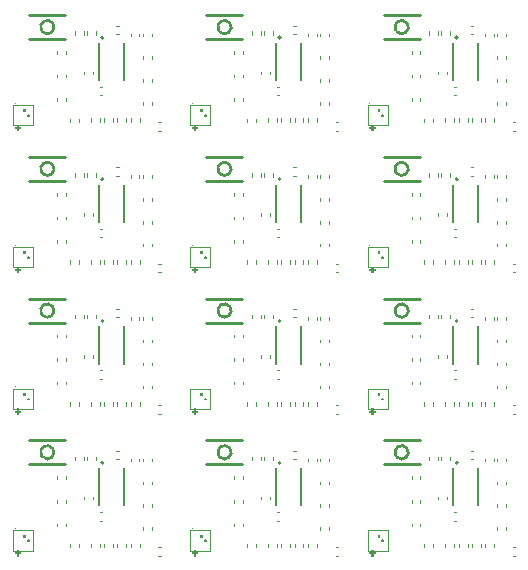
<source format=gbo>
G04 #@! TF.GenerationSoftware,KiCad,Pcbnew,7.0.2-6a45011f42~172~ubuntu22.04.1*
G04 #@! TF.CreationDate,2023-05-28T07:21:03+08:00*
G04 #@! TF.ProjectId,panel_4_3,70616e65-6c5f-4345-9f33-2e6b69636164,rev?*
G04 #@! TF.SameCoordinates,Original*
G04 #@! TF.FileFunction,Legend,Bot*
G04 #@! TF.FilePolarity,Positive*
%FSLAX46Y46*%
G04 Gerber Fmt 4.6, Leading zero omitted, Abs format (unit mm)*
G04 Created by KiCad (PCBNEW 7.0.2-6a45011f42~172~ubuntu22.04.1) date 2023-05-28 07:21:03*
%MOMM*%
%LPD*%
G01*
G04 APERTURE LIST*
%ADD10C,0.120000*%
%ADD11C,0.100000*%
%ADD12C,0.254000*%
%ADD13C,0.152000*%
%ADD14C,0.200000*%
G04 APERTURE END LIST*
D10*
G04 #@! TO.C,C5*
X54980000Y-29087836D02*
X54980000Y-28872164D01*
X55700000Y-29087836D02*
X55700000Y-28872164D01*
G04 #@! TO.C,C7*
X47710000Y-40712836D02*
X47710000Y-40497164D01*
X48430000Y-40712836D02*
X48430000Y-40497164D01*
D11*
G04 #@! TO.C,U5*
X30680000Y-55070000D02*
X30680000Y-56770000D01*
X28980000Y-55070000D02*
X30680000Y-55070000D01*
X30680000Y-56770000D02*
X28980000Y-56770000D01*
X28980000Y-56770000D02*
X28980000Y-55070000D01*
X29180000Y-54920000D02*
G75*
G03*
X29180000Y-54920000I-50000J0D01*
G01*
D10*
X30330000Y-55970000D02*
X30130000Y-55970000D01*
X30230000Y-55820000D01*
X30330000Y-55970000D01*
G36*
X30330000Y-55970000D02*
G01*
X30130000Y-55970000D01*
X30230000Y-55820000D01*
X30330000Y-55970000D01*
G37*
X29405000Y-57195000D02*
X29305000Y-57195000D01*
X29305000Y-56745000D01*
X29405000Y-56745000D01*
X29405000Y-57195000D01*
G36*
X29405000Y-57195000D02*
G01*
X29305000Y-57195000D01*
X29305000Y-56745000D01*
X29405000Y-56745000D01*
X29405000Y-57195000D01*
G37*
X29580000Y-57020000D02*
X29130000Y-57020000D01*
X29130000Y-56920000D01*
X29580000Y-56920000D01*
X29580000Y-57020000D01*
G36*
X29580000Y-57020000D02*
G01*
X29130000Y-57020000D01*
X29130000Y-56920000D01*
X29580000Y-56920000D01*
X29580000Y-57020000D01*
G37*
X29960000Y-55580000D02*
X29960000Y-55590000D01*
X29830000Y-55590000D01*
X29830000Y-55420000D01*
X29960000Y-55420000D01*
X29960000Y-55580000D01*
G36*
X29960000Y-55580000D02*
G01*
X29960000Y-55590000D01*
X29830000Y-55590000D01*
X29830000Y-55420000D01*
X29960000Y-55420000D01*
X29960000Y-55580000D01*
G37*
G04 #@! TO.C,R6*
X20995000Y-36811359D02*
X20995000Y-37118641D01*
X20235000Y-36811359D02*
X20235000Y-37118641D01*
G04 #@! TO.C,C7*
X32710000Y-16712836D02*
X32710000Y-16497164D01*
X33430000Y-16712836D02*
X33430000Y-16497164D01*
G04 #@! TO.C,C8*
X54980000Y-31022836D02*
X54980000Y-30807164D01*
X55700000Y-31022836D02*
X55700000Y-30807164D01*
G04 #@! TO.C,R2*
X48800000Y-20503641D02*
X48800000Y-20196359D01*
X49560000Y-20503641D02*
X49560000Y-20196359D01*
X48800000Y-56503641D02*
X48800000Y-56196359D01*
X49560000Y-56503641D02*
X49560000Y-56196359D01*
G04 #@! TO.C,C12*
X22702164Y-24320000D02*
X22917836Y-24320000D01*
X22702164Y-25040000D02*
X22917836Y-25040000D01*
G04 #@! TO.C,R11*
X54690000Y-32186359D02*
X54690000Y-32493641D01*
X53930000Y-32186359D02*
X53930000Y-32493641D01*
G04 #@! TO.C,C7*
X32710000Y-28712836D02*
X32710000Y-28497164D01*
X33430000Y-28712836D02*
X33430000Y-28497164D01*
D12*
G04 #@! TO.C,SW1*
X18394000Y-49471000D02*
X15346000Y-49471000D01*
X18394000Y-47439000D02*
X15346000Y-47439000D01*
X16468000Y-48857000D02*
G75*
G03*
X16361508Y-48709252I402000J402000D01*
G01*
D10*
G04 #@! TO.C,R9*
X52450000Y-56186359D02*
X52450000Y-56493641D01*
X51690000Y-56186359D02*
X51690000Y-56493641D01*
G04 #@! TO.C,R11*
X39690000Y-56186359D02*
X39690000Y-56493641D01*
X38930000Y-56186359D02*
X38930000Y-56493641D01*
G04 #@! TO.C,C10*
X39980000Y-39152836D02*
X39980000Y-38937164D01*
X40700000Y-39152836D02*
X40700000Y-38937164D01*
G04 #@! TO.C,C5*
X39980000Y-17087836D02*
X39980000Y-16872164D01*
X40700000Y-17087836D02*
X40700000Y-16872164D01*
G04 #@! TO.C,R11*
X24690000Y-44186359D02*
X24690000Y-44493641D01*
X23930000Y-44186359D02*
X23930000Y-44493641D01*
X39690000Y-32186359D02*
X39690000Y-32493641D01*
X38930000Y-32186359D02*
X38930000Y-32493641D01*
G04 #@! TO.C,R5*
X49970000Y-36811359D02*
X49970000Y-37118641D01*
X49210000Y-36811359D02*
X49210000Y-37118641D01*
G04 #@! TO.C,C4*
X33430000Y-42492164D02*
X33430000Y-42707836D01*
X32710000Y-42492164D02*
X32710000Y-42707836D01*
D13*
G04 #@! TO.C,U2*
X51214000Y-28944000D02*
X51214000Y-25792000D01*
X53366000Y-25792000D02*
X53366000Y-28944000D01*
D14*
X51628000Y-25336000D02*
G75*
G03*
X51628000Y-25336000I-100000J0D01*
G01*
D13*
X36214000Y-40944000D02*
X36214000Y-37792000D01*
X38366000Y-37792000D02*
X38366000Y-40944000D01*
D14*
X36628000Y-37336000D02*
G75*
G03*
X36628000Y-37336000I-100000J0D01*
G01*
D10*
G04 #@! TO.C,C10*
X24980000Y-27152836D02*
X24980000Y-26937164D01*
X25700000Y-27152836D02*
X25700000Y-26937164D01*
G04 #@! TO.C,C4*
X33430000Y-30492164D02*
X33430000Y-30707836D01*
X32710000Y-30492164D02*
X32710000Y-30707836D01*
G04 #@! TO.C,C14*
X19980000Y-40437836D02*
X19980000Y-40222164D01*
X20700000Y-40437836D02*
X20700000Y-40222164D01*
G04 #@! TO.C,C11*
X55700000Y-25002164D02*
X55700000Y-25217836D01*
X54980000Y-25002164D02*
X54980000Y-25217836D01*
G04 #@! TO.C,C9*
X54670000Y-13012164D02*
X54670000Y-13227836D01*
X53950000Y-13012164D02*
X53950000Y-13227836D01*
G04 #@! TO.C,R8*
X51320000Y-44186359D02*
X51320000Y-44493641D01*
X50560000Y-44186359D02*
X50560000Y-44493641D01*
G04 #@! TO.C,C2*
X36507836Y-42240000D02*
X36292164Y-42240000D01*
X36507836Y-41520000D02*
X36292164Y-41520000D01*
D12*
G04 #@! TO.C,SW1*
X18394000Y-25471000D02*
X15346000Y-25471000D01*
X18394000Y-23439000D02*
X15346000Y-23439000D01*
X16468000Y-24857000D02*
G75*
G03*
X16361508Y-24709252I402000J402000D01*
G01*
D10*
G04 #@! TO.C,C5*
X54980000Y-41087836D02*
X54980000Y-40872164D01*
X55700000Y-41087836D02*
X55700000Y-40872164D01*
G04 #@! TO.C,R9*
X37450000Y-32186359D02*
X37450000Y-32493641D01*
X36690000Y-32186359D02*
X36690000Y-32493641D01*
G04 #@! TO.C,C14*
X49980000Y-16437836D02*
X49980000Y-16222164D01*
X50700000Y-16437836D02*
X50700000Y-16222164D01*
G04 #@! TO.C,C7*
X17710000Y-16712836D02*
X17710000Y-16497164D01*
X18430000Y-16712836D02*
X18430000Y-16497164D01*
G04 #@! TO.C,C12*
X52702164Y-36320000D02*
X52917836Y-36320000D01*
X52702164Y-37040000D02*
X52917836Y-37040000D01*
G04 #@! TO.C,C10*
X39980000Y-15152836D02*
X39980000Y-14937164D01*
X40700000Y-15152836D02*
X40700000Y-14937164D01*
G04 #@! TO.C,C8*
X54980000Y-55022836D02*
X54980000Y-54807164D01*
X55700000Y-55022836D02*
X55700000Y-54807164D01*
D11*
G04 #@! TO.C,U5*
X45680000Y-55070000D02*
X45680000Y-56770000D01*
X43980000Y-55070000D02*
X45680000Y-55070000D01*
X45680000Y-56770000D02*
X43980000Y-56770000D01*
X43980000Y-56770000D02*
X43980000Y-55070000D01*
X44180000Y-54920000D02*
G75*
G03*
X44180000Y-54920000I-50000J0D01*
G01*
D10*
X45330000Y-55970000D02*
X45130000Y-55970000D01*
X45230000Y-55820000D01*
X45330000Y-55970000D01*
G36*
X45330000Y-55970000D02*
G01*
X45130000Y-55970000D01*
X45230000Y-55820000D01*
X45330000Y-55970000D01*
G37*
X44405000Y-57195000D02*
X44305000Y-57195000D01*
X44305000Y-56745000D01*
X44405000Y-56745000D01*
X44405000Y-57195000D01*
G36*
X44405000Y-57195000D02*
G01*
X44305000Y-57195000D01*
X44305000Y-56745000D01*
X44405000Y-56745000D01*
X44405000Y-57195000D01*
G37*
X44580000Y-57020000D02*
X44130000Y-57020000D01*
X44130000Y-56920000D01*
X44580000Y-56920000D01*
X44580000Y-57020000D01*
G36*
X44580000Y-57020000D02*
G01*
X44130000Y-57020000D01*
X44130000Y-56920000D01*
X44580000Y-56920000D01*
X44580000Y-57020000D01*
G37*
X44960000Y-55580000D02*
X44960000Y-55590000D01*
X44830000Y-55590000D01*
X44830000Y-55420000D01*
X44960000Y-55420000D01*
X44960000Y-55580000D01*
G36*
X44960000Y-55580000D02*
G01*
X44960000Y-55590000D01*
X44830000Y-55590000D01*
X44830000Y-55420000D01*
X44960000Y-55420000D01*
X44960000Y-55580000D01*
G37*
G04 #@! TO.C,R5*
X49970000Y-24811359D02*
X49970000Y-25118641D01*
X49210000Y-24811359D02*
X49210000Y-25118641D01*
G04 #@! TO.C,C2*
X21507836Y-54240000D02*
X21292164Y-54240000D01*
X21507836Y-53520000D02*
X21292164Y-53520000D01*
X21507836Y-30240000D02*
X21292164Y-30240000D01*
X21507836Y-29520000D02*
X21292164Y-29520000D01*
G04 #@! TO.C,C7*
X47710000Y-28712836D02*
X47710000Y-28497164D01*
X48430000Y-28712836D02*
X48430000Y-28497164D01*
G04 #@! TO.C,R11*
X24690000Y-56186359D02*
X24690000Y-56493641D01*
X23930000Y-56186359D02*
X23930000Y-56493641D01*
G04 #@! TO.C,C8*
X54980000Y-43022836D02*
X54980000Y-42807164D01*
X55700000Y-43022836D02*
X55700000Y-42807164D01*
D12*
G04 #@! TO.C,SW1*
X48394000Y-25471000D02*
X45346000Y-25471000D01*
X48394000Y-23439000D02*
X45346000Y-23439000D01*
X46468000Y-24857000D02*
G75*
G03*
X46361508Y-24709252I402000J402000D01*
G01*
X18394000Y-37471000D02*
X15346000Y-37471000D01*
X18394000Y-35439000D02*
X15346000Y-35439000D01*
X16468000Y-36857000D02*
G75*
G03*
X16361508Y-36709252I402000J402000D01*
G01*
D10*
G04 #@! TO.C,R10*
X53560000Y-56186359D02*
X53560000Y-56493641D01*
X52800000Y-56186359D02*
X52800000Y-56493641D01*
G04 #@! TO.C,C8*
X24980000Y-55022836D02*
X24980000Y-54807164D01*
X25700000Y-55022836D02*
X25700000Y-54807164D01*
G04 #@! TO.C,C13*
X48430000Y-26502164D02*
X48430000Y-26717836D01*
X47710000Y-26502164D02*
X47710000Y-26717836D01*
G04 #@! TO.C,R9*
X37450000Y-44186359D02*
X37450000Y-44493641D01*
X36690000Y-44186359D02*
X36690000Y-44493641D01*
G04 #@! TO.C,C5*
X39980000Y-41087836D02*
X39980000Y-40872164D01*
X40700000Y-41087836D02*
X40700000Y-40872164D01*
D11*
G04 #@! TO.C,U5*
X45680000Y-31070000D02*
X45680000Y-32770000D01*
X43980000Y-31070000D02*
X45680000Y-31070000D01*
X45680000Y-32770000D02*
X43980000Y-32770000D01*
X43980000Y-32770000D02*
X43980000Y-31070000D01*
X44180000Y-30920000D02*
G75*
G03*
X44180000Y-30920000I-50000J0D01*
G01*
D10*
X45330000Y-31970000D02*
X45130000Y-31970000D01*
X45230000Y-31820000D01*
X45330000Y-31970000D01*
G36*
X45330000Y-31970000D02*
G01*
X45130000Y-31970000D01*
X45230000Y-31820000D01*
X45330000Y-31970000D01*
G37*
X44405000Y-33195000D02*
X44305000Y-33195000D01*
X44305000Y-32745000D01*
X44405000Y-32745000D01*
X44405000Y-33195000D01*
G36*
X44405000Y-33195000D02*
G01*
X44305000Y-33195000D01*
X44305000Y-32745000D01*
X44405000Y-32745000D01*
X44405000Y-33195000D01*
G37*
X44580000Y-33020000D02*
X44130000Y-33020000D01*
X44130000Y-32920000D01*
X44580000Y-32920000D01*
X44580000Y-33020000D01*
G36*
X44580000Y-33020000D02*
G01*
X44130000Y-33020000D01*
X44130000Y-32920000D01*
X44580000Y-32920000D01*
X44580000Y-33020000D01*
G37*
X44960000Y-31580000D02*
X44960000Y-31590000D01*
X44830000Y-31590000D01*
X44830000Y-31420000D01*
X44960000Y-31420000D01*
X44960000Y-31580000D01*
G36*
X44960000Y-31580000D02*
G01*
X44960000Y-31590000D01*
X44830000Y-31590000D01*
X44830000Y-31420000D01*
X44960000Y-31420000D01*
X44960000Y-31580000D01*
G37*
G04 #@! TO.C,C6*
X56487836Y-57210000D02*
X56272164Y-57210000D01*
X56487836Y-56490000D02*
X56272164Y-56490000D01*
G04 #@! TO.C,R6*
X20995000Y-12811359D02*
X20995000Y-13118641D01*
X20235000Y-12811359D02*
X20235000Y-13118641D01*
G04 #@! TO.C,R9*
X37450000Y-56186359D02*
X37450000Y-56493641D01*
X36690000Y-56186359D02*
X36690000Y-56493641D01*
G04 #@! TO.C,C10*
X54980000Y-27152836D02*
X54980000Y-26937164D01*
X55700000Y-27152836D02*
X55700000Y-26937164D01*
D13*
G04 #@! TO.C,U2*
X21214000Y-40944000D02*
X21214000Y-37792000D01*
X23366000Y-37792000D02*
X23366000Y-40944000D01*
D14*
X21628000Y-37336000D02*
G75*
G03*
X21628000Y-37336000I-100000J0D01*
G01*
D12*
G04 #@! TO.C,SW1*
X33394000Y-13471000D02*
X30346000Y-13471000D01*
X33394000Y-11439000D02*
X30346000Y-11439000D01*
X31468000Y-12857000D02*
G75*
G03*
X31361508Y-12709252I402000J402000D01*
G01*
D10*
G04 #@! TO.C,C12*
X22702164Y-48320000D02*
X22917836Y-48320000D01*
X22702164Y-49040000D02*
X22917836Y-49040000D01*
G04 #@! TO.C,C14*
X19980000Y-52437836D02*
X19980000Y-52222164D01*
X20700000Y-52437836D02*
X20700000Y-52222164D01*
G04 #@! TO.C,R6*
X35995000Y-12811359D02*
X35995000Y-13118641D01*
X35235000Y-12811359D02*
X35235000Y-13118641D01*
G04 #@! TO.C,C14*
X19980000Y-28437836D02*
X19980000Y-28222164D01*
X20700000Y-28437836D02*
X20700000Y-28222164D01*
G04 #@! TO.C,C12*
X37702164Y-36320000D02*
X37917836Y-36320000D01*
X37702164Y-37040000D02*
X37917836Y-37040000D01*
G04 #@! TO.C,R10*
X53560000Y-20186359D02*
X53560000Y-20493641D01*
X52800000Y-20186359D02*
X52800000Y-20493641D01*
G04 #@! TO.C,R8*
X51320000Y-20186359D02*
X51320000Y-20493641D01*
X50560000Y-20186359D02*
X50560000Y-20493641D01*
G04 #@! TO.C,R2*
X18800000Y-20503641D02*
X18800000Y-20196359D01*
X19560000Y-20503641D02*
X19560000Y-20196359D01*
G04 #@! TO.C,C8*
X54980000Y-19022836D02*
X54980000Y-18807164D01*
X55700000Y-19022836D02*
X55700000Y-18807164D01*
G04 #@! TO.C,R10*
X38560000Y-32186359D02*
X38560000Y-32493641D01*
X37800000Y-32186359D02*
X37800000Y-32493641D01*
G04 #@! TO.C,R6*
X50995000Y-12811359D02*
X50995000Y-13118641D01*
X50235000Y-12811359D02*
X50235000Y-13118641D01*
G04 #@! TO.C,C7*
X47710000Y-52712836D02*
X47710000Y-52497164D01*
X48430000Y-52712836D02*
X48430000Y-52497164D01*
G04 #@! TO.C,C5*
X24980000Y-17087836D02*
X24980000Y-16872164D01*
X25700000Y-17087836D02*
X25700000Y-16872164D01*
G04 #@! TO.C,C13*
X18430000Y-14502164D02*
X18430000Y-14717836D01*
X17710000Y-14502164D02*
X17710000Y-14717836D01*
G04 #@! TO.C,C9*
X24670000Y-49012164D02*
X24670000Y-49227836D01*
X23950000Y-49012164D02*
X23950000Y-49227836D01*
D13*
G04 #@! TO.C,U2*
X36214000Y-28944000D02*
X36214000Y-25792000D01*
X38366000Y-25792000D02*
X38366000Y-28944000D01*
D14*
X36628000Y-25336000D02*
G75*
G03*
X36628000Y-25336000I-100000J0D01*
G01*
D10*
G04 #@! TO.C,R10*
X38560000Y-20186359D02*
X38560000Y-20493641D01*
X37800000Y-20186359D02*
X37800000Y-20493641D01*
G04 #@! TO.C,C12*
X52702164Y-24320000D02*
X52917836Y-24320000D01*
X52702164Y-25040000D02*
X52917836Y-25040000D01*
D11*
G04 #@! TO.C,U5*
X15680000Y-55070000D02*
X15680000Y-56770000D01*
X13980000Y-55070000D02*
X15680000Y-55070000D01*
X15680000Y-56770000D02*
X13980000Y-56770000D01*
X13980000Y-56770000D02*
X13980000Y-55070000D01*
X14180000Y-54920000D02*
G75*
G03*
X14180000Y-54920000I-50000J0D01*
G01*
D10*
X15330000Y-55970000D02*
X15130000Y-55970000D01*
X15230000Y-55820000D01*
X15330000Y-55970000D01*
G36*
X15330000Y-55970000D02*
G01*
X15130000Y-55970000D01*
X15230000Y-55820000D01*
X15330000Y-55970000D01*
G37*
X14405000Y-57195000D02*
X14305000Y-57195000D01*
X14305000Y-56745000D01*
X14405000Y-56745000D01*
X14405000Y-57195000D01*
G36*
X14405000Y-57195000D02*
G01*
X14305000Y-57195000D01*
X14305000Y-56745000D01*
X14405000Y-56745000D01*
X14405000Y-57195000D01*
G37*
X14580000Y-57020000D02*
X14130000Y-57020000D01*
X14130000Y-56920000D01*
X14580000Y-56920000D01*
X14580000Y-57020000D01*
G36*
X14580000Y-57020000D02*
G01*
X14130000Y-57020000D01*
X14130000Y-56920000D01*
X14580000Y-56920000D01*
X14580000Y-57020000D01*
G37*
X14960000Y-55580000D02*
X14960000Y-55590000D01*
X14830000Y-55590000D01*
X14830000Y-55420000D01*
X14960000Y-55420000D01*
X14960000Y-55580000D01*
G36*
X14960000Y-55580000D02*
G01*
X14960000Y-55590000D01*
X14830000Y-55590000D01*
X14830000Y-55420000D01*
X14960000Y-55420000D01*
X14960000Y-55580000D01*
G37*
G04 #@! TO.C,C5*
X54980000Y-17087836D02*
X54980000Y-16872164D01*
X55700000Y-17087836D02*
X55700000Y-16872164D01*
G04 #@! TO.C,R5*
X19970000Y-48811359D02*
X19970000Y-49118641D01*
X19210000Y-48811359D02*
X19210000Y-49118641D01*
D13*
G04 #@! TO.C,U2*
X21214000Y-28944000D02*
X21214000Y-25792000D01*
X23366000Y-25792000D02*
X23366000Y-28944000D01*
D14*
X21628000Y-25336000D02*
G75*
G03*
X21628000Y-25336000I-100000J0D01*
G01*
D10*
G04 #@! TO.C,R2*
X33800000Y-32503641D02*
X33800000Y-32196359D01*
X34560000Y-32503641D02*
X34560000Y-32196359D01*
G04 #@! TO.C,C2*
X51507836Y-42240000D02*
X51292164Y-42240000D01*
X51507836Y-41520000D02*
X51292164Y-41520000D01*
G04 #@! TO.C,R5*
X49970000Y-48811359D02*
X49970000Y-49118641D01*
X49210000Y-48811359D02*
X49210000Y-49118641D01*
G04 #@! TO.C,C7*
X32710000Y-52712836D02*
X32710000Y-52497164D01*
X33430000Y-52712836D02*
X33430000Y-52497164D01*
D13*
G04 #@! TO.C,U2*
X21214000Y-52944000D02*
X21214000Y-49792000D01*
X23366000Y-49792000D02*
X23366000Y-52944000D01*
D14*
X21628000Y-49336000D02*
G75*
G03*
X21628000Y-49336000I-100000J0D01*
G01*
D10*
G04 #@! TO.C,R5*
X19970000Y-24811359D02*
X19970000Y-25118641D01*
X19210000Y-24811359D02*
X19210000Y-25118641D01*
G04 #@! TO.C,R6*
X50995000Y-36811359D02*
X50995000Y-37118641D01*
X50235000Y-36811359D02*
X50235000Y-37118641D01*
G04 #@! TO.C,C5*
X54980000Y-53087836D02*
X54980000Y-52872164D01*
X55700000Y-53087836D02*
X55700000Y-52872164D01*
G04 #@! TO.C,C4*
X18430000Y-30492164D02*
X18430000Y-30707836D01*
X17710000Y-30492164D02*
X17710000Y-30707836D01*
G04 #@! TO.C,C14*
X34980000Y-28437836D02*
X34980000Y-28222164D01*
X35700000Y-28437836D02*
X35700000Y-28222164D01*
G04 #@! TO.C,C4*
X18430000Y-18492164D02*
X18430000Y-18707836D01*
X17710000Y-18492164D02*
X17710000Y-18707836D01*
G04 #@! TO.C,C9*
X24670000Y-37012164D02*
X24670000Y-37227836D01*
X23950000Y-37012164D02*
X23950000Y-37227836D01*
G04 #@! TO.C,C4*
X33430000Y-18492164D02*
X33430000Y-18707836D01*
X32710000Y-18492164D02*
X32710000Y-18707836D01*
G04 #@! TO.C,R2*
X33800000Y-20503641D02*
X33800000Y-20196359D01*
X34560000Y-20503641D02*
X34560000Y-20196359D01*
G04 #@! TO.C,C6*
X56487836Y-21210000D02*
X56272164Y-21210000D01*
X56487836Y-20490000D02*
X56272164Y-20490000D01*
G04 #@! TO.C,C11*
X55700000Y-49002164D02*
X55700000Y-49217836D01*
X54980000Y-49002164D02*
X54980000Y-49217836D01*
G04 #@! TO.C,C14*
X19980000Y-16437836D02*
X19980000Y-16222164D01*
X20700000Y-16437836D02*
X20700000Y-16222164D01*
G04 #@! TO.C,C10*
X54980000Y-15152836D02*
X54980000Y-14937164D01*
X55700000Y-15152836D02*
X55700000Y-14937164D01*
G04 #@! TO.C,R10*
X23560000Y-44186359D02*
X23560000Y-44493641D01*
X22800000Y-44186359D02*
X22800000Y-44493641D01*
G04 #@! TO.C,C9*
X39670000Y-13012164D02*
X39670000Y-13227836D01*
X38950000Y-13012164D02*
X38950000Y-13227836D01*
G04 #@! TO.C,C6*
X26487836Y-21210000D02*
X26272164Y-21210000D01*
X26487836Y-20490000D02*
X26272164Y-20490000D01*
D11*
G04 #@! TO.C,U5*
X30680000Y-31070000D02*
X30680000Y-32770000D01*
X28980000Y-31070000D02*
X30680000Y-31070000D01*
X30680000Y-32770000D02*
X28980000Y-32770000D01*
X28980000Y-32770000D02*
X28980000Y-31070000D01*
X29180000Y-30920000D02*
G75*
G03*
X29180000Y-30920000I-50000J0D01*
G01*
D10*
X30330000Y-31970000D02*
X30130000Y-31970000D01*
X30230000Y-31820000D01*
X30330000Y-31970000D01*
G36*
X30330000Y-31970000D02*
G01*
X30130000Y-31970000D01*
X30230000Y-31820000D01*
X30330000Y-31970000D01*
G37*
X29405000Y-33195000D02*
X29305000Y-33195000D01*
X29305000Y-32745000D01*
X29405000Y-32745000D01*
X29405000Y-33195000D01*
G36*
X29405000Y-33195000D02*
G01*
X29305000Y-33195000D01*
X29305000Y-32745000D01*
X29405000Y-32745000D01*
X29405000Y-33195000D01*
G37*
X29580000Y-33020000D02*
X29130000Y-33020000D01*
X29130000Y-32920000D01*
X29580000Y-32920000D01*
X29580000Y-33020000D01*
G36*
X29580000Y-33020000D02*
G01*
X29130000Y-33020000D01*
X29130000Y-32920000D01*
X29580000Y-32920000D01*
X29580000Y-33020000D01*
G37*
X29960000Y-31580000D02*
X29960000Y-31590000D01*
X29830000Y-31590000D01*
X29830000Y-31420000D01*
X29960000Y-31420000D01*
X29960000Y-31580000D01*
G36*
X29960000Y-31580000D02*
G01*
X29960000Y-31590000D01*
X29830000Y-31590000D01*
X29830000Y-31420000D01*
X29960000Y-31420000D01*
X29960000Y-31580000D01*
G37*
G04 #@! TO.C,R8*
X21320000Y-20186359D02*
X21320000Y-20493641D01*
X20560000Y-20186359D02*
X20560000Y-20493641D01*
G04 #@! TO.C,C14*
X34980000Y-40437836D02*
X34980000Y-40222164D01*
X35700000Y-40437836D02*
X35700000Y-40222164D01*
D13*
G04 #@! TO.C,U2*
X36214000Y-52944000D02*
X36214000Y-49792000D01*
X38366000Y-49792000D02*
X38366000Y-52944000D01*
D14*
X36628000Y-49336000D02*
G75*
G03*
X36628000Y-49336000I-100000J0D01*
G01*
D10*
G04 #@! TO.C,R2*
X33800000Y-56503641D02*
X33800000Y-56196359D01*
X34560000Y-56503641D02*
X34560000Y-56196359D01*
D12*
G04 #@! TO.C,SW1*
X48394000Y-13471000D02*
X45346000Y-13471000D01*
X48394000Y-11439000D02*
X45346000Y-11439000D01*
X46468000Y-12857000D02*
G75*
G03*
X46361508Y-12709252I402000J402000D01*
G01*
X48394000Y-49471000D02*
X45346000Y-49471000D01*
X48394000Y-47439000D02*
X45346000Y-47439000D01*
X46468000Y-48857000D02*
G75*
G03*
X46361508Y-48709252I402000J402000D01*
G01*
D13*
G04 #@! TO.C,U2*
X36214000Y-16944000D02*
X36214000Y-13792000D01*
X38366000Y-13792000D02*
X38366000Y-16944000D01*
D14*
X36628000Y-13336000D02*
G75*
G03*
X36628000Y-13336000I-100000J0D01*
G01*
D10*
G04 #@! TO.C,C5*
X39980000Y-53087836D02*
X39980000Y-52872164D01*
X40700000Y-53087836D02*
X40700000Y-52872164D01*
G04 #@! TO.C,R9*
X52450000Y-44186359D02*
X52450000Y-44493641D01*
X51690000Y-44186359D02*
X51690000Y-44493641D01*
D12*
G04 #@! TO.C,SW1*
X33394000Y-25471000D02*
X30346000Y-25471000D01*
X33394000Y-23439000D02*
X30346000Y-23439000D01*
X31468000Y-24857000D02*
G75*
G03*
X31361508Y-24709252I402000J402000D01*
G01*
D10*
G04 #@! TO.C,C13*
X18430000Y-26502164D02*
X18430000Y-26717836D01*
X17710000Y-26502164D02*
X17710000Y-26717836D01*
G04 #@! TO.C,C5*
X39980000Y-29087836D02*
X39980000Y-28872164D01*
X40700000Y-29087836D02*
X40700000Y-28872164D01*
G04 #@! TO.C,R2*
X48800000Y-32503641D02*
X48800000Y-32196359D01*
X49560000Y-32503641D02*
X49560000Y-32196359D01*
G04 #@! TO.C,R11*
X24690000Y-20186359D02*
X24690000Y-20493641D01*
X23930000Y-20186359D02*
X23930000Y-20493641D01*
G04 #@! TO.C,R8*
X36320000Y-32186359D02*
X36320000Y-32493641D01*
X35560000Y-32186359D02*
X35560000Y-32493641D01*
G04 #@! TO.C,R6*
X20995000Y-48811359D02*
X20995000Y-49118641D01*
X20235000Y-48811359D02*
X20235000Y-49118641D01*
G04 #@! TO.C,R10*
X23560000Y-20186359D02*
X23560000Y-20493641D01*
X22800000Y-20186359D02*
X22800000Y-20493641D01*
G04 #@! TO.C,C12*
X37702164Y-12320000D02*
X37917836Y-12320000D01*
X37702164Y-13040000D02*
X37917836Y-13040000D01*
G04 #@! TO.C,R9*
X52450000Y-20186359D02*
X52450000Y-20493641D01*
X51690000Y-20186359D02*
X51690000Y-20493641D01*
G04 #@! TO.C,R5*
X34970000Y-12811359D02*
X34970000Y-13118641D01*
X34210000Y-12811359D02*
X34210000Y-13118641D01*
G04 #@! TO.C,C4*
X48430000Y-18492164D02*
X48430000Y-18707836D01*
X47710000Y-18492164D02*
X47710000Y-18707836D01*
D11*
G04 #@! TO.C,U5*
X15680000Y-31070000D02*
X15680000Y-32770000D01*
X13980000Y-31070000D02*
X15680000Y-31070000D01*
X15680000Y-32770000D02*
X13980000Y-32770000D01*
X13980000Y-32770000D02*
X13980000Y-31070000D01*
X14180000Y-30920000D02*
G75*
G03*
X14180000Y-30920000I-50000J0D01*
G01*
D10*
X15330000Y-31970000D02*
X15130000Y-31970000D01*
X15230000Y-31820000D01*
X15330000Y-31970000D01*
G36*
X15330000Y-31970000D02*
G01*
X15130000Y-31970000D01*
X15230000Y-31820000D01*
X15330000Y-31970000D01*
G37*
X14405000Y-33195000D02*
X14305000Y-33195000D01*
X14305000Y-32745000D01*
X14405000Y-32745000D01*
X14405000Y-33195000D01*
G36*
X14405000Y-33195000D02*
G01*
X14305000Y-33195000D01*
X14305000Y-32745000D01*
X14405000Y-32745000D01*
X14405000Y-33195000D01*
G37*
X14580000Y-33020000D02*
X14130000Y-33020000D01*
X14130000Y-32920000D01*
X14580000Y-32920000D01*
X14580000Y-33020000D01*
G36*
X14580000Y-33020000D02*
G01*
X14130000Y-33020000D01*
X14130000Y-32920000D01*
X14580000Y-32920000D01*
X14580000Y-33020000D01*
G37*
X14960000Y-31580000D02*
X14960000Y-31590000D01*
X14830000Y-31590000D01*
X14830000Y-31420000D01*
X14960000Y-31420000D01*
X14960000Y-31580000D01*
G36*
X14960000Y-31580000D02*
G01*
X14960000Y-31590000D01*
X14830000Y-31590000D01*
X14830000Y-31420000D01*
X14960000Y-31420000D01*
X14960000Y-31580000D01*
G37*
G04 #@! TO.C,C6*
X41487836Y-57210000D02*
X41272164Y-57210000D01*
X41487836Y-56490000D02*
X41272164Y-56490000D01*
G04 #@! TO.C,C4*
X48430000Y-54492164D02*
X48430000Y-54707836D01*
X47710000Y-54492164D02*
X47710000Y-54707836D01*
G04 #@! TO.C,R11*
X39690000Y-44186359D02*
X39690000Y-44493641D01*
X38930000Y-44186359D02*
X38930000Y-44493641D01*
G04 #@! TO.C,R9*
X52450000Y-32186359D02*
X52450000Y-32493641D01*
X51690000Y-32186359D02*
X51690000Y-32493641D01*
G04 #@! TO.C,C10*
X54980000Y-39152836D02*
X54980000Y-38937164D01*
X55700000Y-39152836D02*
X55700000Y-38937164D01*
G04 #@! TO.C,C14*
X49980000Y-52437836D02*
X49980000Y-52222164D01*
X50700000Y-52437836D02*
X50700000Y-52222164D01*
G04 #@! TO.C,R6*
X35995000Y-48811359D02*
X35995000Y-49118641D01*
X35235000Y-48811359D02*
X35235000Y-49118641D01*
G04 #@! TO.C,C4*
X48430000Y-30492164D02*
X48430000Y-30707836D01*
X47710000Y-30492164D02*
X47710000Y-30707836D01*
G04 #@! TO.C,R2*
X48800000Y-44503641D02*
X48800000Y-44196359D01*
X49560000Y-44503641D02*
X49560000Y-44196359D01*
G04 #@! TO.C,R11*
X54690000Y-20186359D02*
X54690000Y-20493641D01*
X53930000Y-20186359D02*
X53930000Y-20493641D01*
G04 #@! TO.C,C6*
X41487836Y-45210000D02*
X41272164Y-45210000D01*
X41487836Y-44490000D02*
X41272164Y-44490000D01*
G04 #@! TO.C,R5*
X49970000Y-12811359D02*
X49970000Y-13118641D01*
X49210000Y-12811359D02*
X49210000Y-13118641D01*
G04 #@! TO.C,C13*
X48430000Y-14502164D02*
X48430000Y-14717836D01*
X47710000Y-14502164D02*
X47710000Y-14717836D01*
G04 #@! TO.C,C9*
X54670000Y-25012164D02*
X54670000Y-25227836D01*
X53950000Y-25012164D02*
X53950000Y-25227836D01*
G04 #@! TO.C,R10*
X23560000Y-32186359D02*
X23560000Y-32493641D01*
X22800000Y-32186359D02*
X22800000Y-32493641D01*
G04 #@! TO.C,C7*
X17710000Y-28712836D02*
X17710000Y-28497164D01*
X18430000Y-28712836D02*
X18430000Y-28497164D01*
G04 #@! TO.C,R9*
X37450000Y-20186359D02*
X37450000Y-20493641D01*
X36690000Y-20186359D02*
X36690000Y-20493641D01*
G04 #@! TO.C,R8*
X51320000Y-56186359D02*
X51320000Y-56493641D01*
X50560000Y-56186359D02*
X50560000Y-56493641D01*
G04 #@! TO.C,C11*
X25700000Y-13002164D02*
X25700000Y-13217836D01*
X24980000Y-13002164D02*
X24980000Y-13217836D01*
G04 #@! TO.C,R11*
X54690000Y-56186359D02*
X54690000Y-56493641D01*
X53930000Y-56186359D02*
X53930000Y-56493641D01*
G04 #@! TO.C,R2*
X18800000Y-44503641D02*
X18800000Y-44196359D01*
X19560000Y-44503641D02*
X19560000Y-44196359D01*
X18800000Y-32503641D02*
X18800000Y-32196359D01*
X19560000Y-32503641D02*
X19560000Y-32196359D01*
D11*
G04 #@! TO.C,U5*
X45680000Y-43070000D02*
X45680000Y-44770000D01*
X43980000Y-43070000D02*
X45680000Y-43070000D01*
X45680000Y-44770000D02*
X43980000Y-44770000D01*
X43980000Y-44770000D02*
X43980000Y-43070000D01*
X44180000Y-42920000D02*
G75*
G03*
X44180000Y-42920000I-50000J0D01*
G01*
D10*
X45330000Y-43970000D02*
X45130000Y-43970000D01*
X45230000Y-43820000D01*
X45330000Y-43970000D01*
G36*
X45330000Y-43970000D02*
G01*
X45130000Y-43970000D01*
X45230000Y-43820000D01*
X45330000Y-43970000D01*
G37*
X44405000Y-45195000D02*
X44305000Y-45195000D01*
X44305000Y-44745000D01*
X44405000Y-44745000D01*
X44405000Y-45195000D01*
G36*
X44405000Y-45195000D02*
G01*
X44305000Y-45195000D01*
X44305000Y-44745000D01*
X44405000Y-44745000D01*
X44405000Y-45195000D01*
G37*
X44580000Y-45020000D02*
X44130000Y-45020000D01*
X44130000Y-44920000D01*
X44580000Y-44920000D01*
X44580000Y-45020000D01*
G36*
X44580000Y-45020000D02*
G01*
X44130000Y-45020000D01*
X44130000Y-44920000D01*
X44580000Y-44920000D01*
X44580000Y-45020000D01*
G37*
X44960000Y-43580000D02*
X44960000Y-43590000D01*
X44830000Y-43590000D01*
X44830000Y-43420000D01*
X44960000Y-43420000D01*
X44960000Y-43580000D01*
G36*
X44960000Y-43580000D02*
G01*
X44960000Y-43590000D01*
X44830000Y-43590000D01*
X44830000Y-43420000D01*
X44960000Y-43420000D01*
X44960000Y-43580000D01*
G37*
D11*
X45680000Y-19070000D02*
X45680000Y-20770000D01*
X43980000Y-19070000D02*
X45680000Y-19070000D01*
X45680000Y-20770000D02*
X43980000Y-20770000D01*
X43980000Y-20770000D02*
X43980000Y-19070000D01*
X44180000Y-18920000D02*
G75*
G03*
X44180000Y-18920000I-50000J0D01*
G01*
D10*
X45330000Y-19970000D02*
X45130000Y-19970000D01*
X45230000Y-19820000D01*
X45330000Y-19970000D01*
G36*
X45330000Y-19970000D02*
G01*
X45130000Y-19970000D01*
X45230000Y-19820000D01*
X45330000Y-19970000D01*
G37*
X44405000Y-21195000D02*
X44305000Y-21195000D01*
X44305000Y-20745000D01*
X44405000Y-20745000D01*
X44405000Y-21195000D01*
G36*
X44405000Y-21195000D02*
G01*
X44305000Y-21195000D01*
X44305000Y-20745000D01*
X44405000Y-20745000D01*
X44405000Y-21195000D01*
G37*
X44580000Y-21020000D02*
X44130000Y-21020000D01*
X44130000Y-20920000D01*
X44580000Y-20920000D01*
X44580000Y-21020000D01*
G36*
X44580000Y-21020000D02*
G01*
X44130000Y-21020000D01*
X44130000Y-20920000D01*
X44580000Y-20920000D01*
X44580000Y-21020000D01*
G37*
X44960000Y-19580000D02*
X44960000Y-19590000D01*
X44830000Y-19590000D01*
X44830000Y-19420000D01*
X44960000Y-19420000D01*
X44960000Y-19580000D01*
G36*
X44960000Y-19580000D02*
G01*
X44960000Y-19590000D01*
X44830000Y-19590000D01*
X44830000Y-19420000D01*
X44960000Y-19420000D01*
X44960000Y-19580000D01*
G37*
G04 #@! TO.C,C6*
X41487836Y-33210000D02*
X41272164Y-33210000D01*
X41487836Y-32490000D02*
X41272164Y-32490000D01*
G04 #@! TO.C,C9*
X39670000Y-37012164D02*
X39670000Y-37227836D01*
X38950000Y-37012164D02*
X38950000Y-37227836D01*
G04 #@! TO.C,C5*
X24980000Y-29087836D02*
X24980000Y-28872164D01*
X25700000Y-29087836D02*
X25700000Y-28872164D01*
G04 #@! TO.C,C9*
X39670000Y-49012164D02*
X39670000Y-49227836D01*
X38950000Y-49012164D02*
X38950000Y-49227836D01*
G04 #@! TO.C,C2*
X36507836Y-30240000D02*
X36292164Y-30240000D01*
X36507836Y-29520000D02*
X36292164Y-29520000D01*
G04 #@! TO.C,C12*
X52702164Y-12320000D02*
X52917836Y-12320000D01*
X52702164Y-13040000D02*
X52917836Y-13040000D01*
G04 #@! TO.C,C13*
X48430000Y-38502164D02*
X48430000Y-38717836D01*
X47710000Y-38502164D02*
X47710000Y-38717836D01*
D12*
G04 #@! TO.C,SW1*
X48394000Y-37471000D02*
X45346000Y-37471000D01*
X48394000Y-35439000D02*
X45346000Y-35439000D01*
X46468000Y-36857000D02*
G75*
G03*
X46361508Y-36709252I402000J402000D01*
G01*
D10*
G04 #@! TO.C,C10*
X24980000Y-51152836D02*
X24980000Y-50937164D01*
X25700000Y-51152836D02*
X25700000Y-50937164D01*
G04 #@! TO.C,C13*
X33430000Y-50502164D02*
X33430000Y-50717836D01*
X32710000Y-50502164D02*
X32710000Y-50717836D01*
G04 #@! TO.C,R10*
X53560000Y-32186359D02*
X53560000Y-32493641D01*
X52800000Y-32186359D02*
X52800000Y-32493641D01*
G04 #@! TO.C,C6*
X56487836Y-33210000D02*
X56272164Y-33210000D01*
X56487836Y-32490000D02*
X56272164Y-32490000D01*
G04 #@! TO.C,R10*
X53560000Y-44186359D02*
X53560000Y-44493641D01*
X52800000Y-44186359D02*
X52800000Y-44493641D01*
G04 #@! TO.C,C14*
X49980000Y-28437836D02*
X49980000Y-28222164D01*
X50700000Y-28437836D02*
X50700000Y-28222164D01*
G04 #@! TO.C,R9*
X22450000Y-56186359D02*
X22450000Y-56493641D01*
X21690000Y-56186359D02*
X21690000Y-56493641D01*
G04 #@! TO.C,C7*
X32710000Y-40712836D02*
X32710000Y-40497164D01*
X33430000Y-40712836D02*
X33430000Y-40497164D01*
D13*
G04 #@! TO.C,U2*
X51214000Y-40944000D02*
X51214000Y-37792000D01*
X53366000Y-37792000D02*
X53366000Y-40944000D01*
D14*
X51628000Y-37336000D02*
G75*
G03*
X51628000Y-37336000I-100000J0D01*
G01*
D13*
X51214000Y-52944000D02*
X51214000Y-49792000D01*
X53366000Y-49792000D02*
X53366000Y-52944000D01*
D14*
X51628000Y-49336000D02*
G75*
G03*
X51628000Y-49336000I-100000J0D01*
G01*
D10*
G04 #@! TO.C,C2*
X51507836Y-18240000D02*
X51292164Y-18240000D01*
X51507836Y-17520000D02*
X51292164Y-17520000D01*
G04 #@! TO.C,R11*
X39690000Y-20186359D02*
X39690000Y-20493641D01*
X38930000Y-20186359D02*
X38930000Y-20493641D01*
G04 #@! TO.C,C13*
X18430000Y-38502164D02*
X18430000Y-38717836D01*
X17710000Y-38502164D02*
X17710000Y-38717836D01*
X33430000Y-26502164D02*
X33430000Y-26717836D01*
X32710000Y-26502164D02*
X32710000Y-26717836D01*
G04 #@! TO.C,R6*
X50995000Y-24811359D02*
X50995000Y-25118641D01*
X50235000Y-24811359D02*
X50235000Y-25118641D01*
G04 #@! TO.C,C13*
X33430000Y-38502164D02*
X33430000Y-38717836D01*
X32710000Y-38502164D02*
X32710000Y-38717836D01*
G04 #@! TO.C,C4*
X48430000Y-42492164D02*
X48430000Y-42707836D01*
X47710000Y-42492164D02*
X47710000Y-42707836D01*
G04 #@! TO.C,C13*
X33430000Y-14502164D02*
X33430000Y-14717836D01*
X32710000Y-14502164D02*
X32710000Y-14717836D01*
G04 #@! TO.C,C2*
X21507836Y-42240000D02*
X21292164Y-42240000D01*
X21507836Y-41520000D02*
X21292164Y-41520000D01*
G04 #@! TO.C,R8*
X36320000Y-20186359D02*
X36320000Y-20493641D01*
X35560000Y-20186359D02*
X35560000Y-20493641D01*
G04 #@! TO.C,C11*
X55700000Y-13002164D02*
X55700000Y-13217836D01*
X54980000Y-13002164D02*
X54980000Y-13217836D01*
G04 #@! TO.C,C12*
X22702164Y-36320000D02*
X22917836Y-36320000D01*
X22702164Y-37040000D02*
X22917836Y-37040000D01*
G04 #@! TO.C,C11*
X25700000Y-37002164D02*
X25700000Y-37217836D01*
X24980000Y-37002164D02*
X24980000Y-37217836D01*
D12*
G04 #@! TO.C,SW1*
X18394000Y-13471000D02*
X15346000Y-13471000D01*
X18394000Y-11439000D02*
X15346000Y-11439000D01*
X16468000Y-12857000D02*
G75*
G03*
X16361508Y-12709252I402000J402000D01*
G01*
D10*
G04 #@! TO.C,C8*
X39980000Y-31022836D02*
X39980000Y-30807164D01*
X40700000Y-31022836D02*
X40700000Y-30807164D01*
G04 #@! TO.C,C9*
X24670000Y-25012164D02*
X24670000Y-25227836D01*
X23950000Y-25012164D02*
X23950000Y-25227836D01*
D12*
G04 #@! TO.C,SW1*
X33394000Y-37471000D02*
X30346000Y-37471000D01*
X33394000Y-35439000D02*
X30346000Y-35439000D01*
X31468000Y-36857000D02*
G75*
G03*
X31361508Y-36709252I402000J402000D01*
G01*
D10*
G04 #@! TO.C,C8*
X24980000Y-43022836D02*
X24980000Y-42807164D01*
X25700000Y-43022836D02*
X25700000Y-42807164D01*
G04 #@! TO.C,R10*
X23560000Y-56186359D02*
X23560000Y-56493641D01*
X22800000Y-56186359D02*
X22800000Y-56493641D01*
D11*
G04 #@! TO.C,U5*
X15680000Y-43070000D02*
X15680000Y-44770000D01*
X13980000Y-43070000D02*
X15680000Y-43070000D01*
X15680000Y-44770000D02*
X13980000Y-44770000D01*
X13980000Y-44770000D02*
X13980000Y-43070000D01*
X14180000Y-42920000D02*
G75*
G03*
X14180000Y-42920000I-50000J0D01*
G01*
D10*
X15330000Y-43970000D02*
X15130000Y-43970000D01*
X15230000Y-43820000D01*
X15330000Y-43970000D01*
G36*
X15330000Y-43970000D02*
G01*
X15130000Y-43970000D01*
X15230000Y-43820000D01*
X15330000Y-43970000D01*
G37*
X14405000Y-45195000D02*
X14305000Y-45195000D01*
X14305000Y-44745000D01*
X14405000Y-44745000D01*
X14405000Y-45195000D01*
G36*
X14405000Y-45195000D02*
G01*
X14305000Y-45195000D01*
X14305000Y-44745000D01*
X14405000Y-44745000D01*
X14405000Y-45195000D01*
G37*
X14580000Y-45020000D02*
X14130000Y-45020000D01*
X14130000Y-44920000D01*
X14580000Y-44920000D01*
X14580000Y-45020000D01*
G36*
X14580000Y-45020000D02*
G01*
X14130000Y-45020000D01*
X14130000Y-44920000D01*
X14580000Y-44920000D01*
X14580000Y-45020000D01*
G37*
X14960000Y-43580000D02*
X14960000Y-43590000D01*
X14830000Y-43590000D01*
X14830000Y-43420000D01*
X14960000Y-43420000D01*
X14960000Y-43580000D01*
G36*
X14960000Y-43580000D02*
G01*
X14960000Y-43590000D01*
X14830000Y-43590000D01*
X14830000Y-43420000D01*
X14960000Y-43420000D01*
X14960000Y-43580000D01*
G37*
G04 #@! TO.C,C11*
X40700000Y-13002164D02*
X40700000Y-13217836D01*
X39980000Y-13002164D02*
X39980000Y-13217836D01*
G04 #@! TO.C,C8*
X39980000Y-55022836D02*
X39980000Y-54807164D01*
X40700000Y-55022836D02*
X40700000Y-54807164D01*
G04 #@! TO.C,C12*
X52702164Y-48320000D02*
X52917836Y-48320000D01*
X52702164Y-49040000D02*
X52917836Y-49040000D01*
G04 #@! TO.C,C7*
X47710000Y-16712836D02*
X47710000Y-16497164D01*
X48430000Y-16712836D02*
X48430000Y-16497164D01*
G04 #@! TO.C,C12*
X37702164Y-48320000D02*
X37917836Y-48320000D01*
X37702164Y-49040000D02*
X37917836Y-49040000D01*
G04 #@! TO.C,R6*
X50995000Y-48811359D02*
X50995000Y-49118641D01*
X50235000Y-48811359D02*
X50235000Y-49118641D01*
G04 #@! TO.C,R8*
X21320000Y-32186359D02*
X21320000Y-32493641D01*
X20560000Y-32186359D02*
X20560000Y-32493641D01*
G04 #@! TO.C,C4*
X33430000Y-54492164D02*
X33430000Y-54707836D01*
X32710000Y-54492164D02*
X32710000Y-54707836D01*
G04 #@! TO.C,C14*
X49980000Y-40437836D02*
X49980000Y-40222164D01*
X50700000Y-40437836D02*
X50700000Y-40222164D01*
G04 #@! TO.C,C6*
X26487836Y-57210000D02*
X26272164Y-57210000D01*
X26487836Y-56490000D02*
X26272164Y-56490000D01*
G04 #@! TO.C,R2*
X18800000Y-56503641D02*
X18800000Y-56196359D01*
X19560000Y-56503641D02*
X19560000Y-56196359D01*
G04 #@! TO.C,R8*
X21320000Y-56186359D02*
X21320000Y-56493641D01*
X20560000Y-56186359D02*
X20560000Y-56493641D01*
G04 #@! TO.C,C6*
X56487836Y-45210000D02*
X56272164Y-45210000D01*
X56487836Y-44490000D02*
X56272164Y-44490000D01*
G04 #@! TO.C,C10*
X24980000Y-39152836D02*
X24980000Y-38937164D01*
X25700000Y-39152836D02*
X25700000Y-38937164D01*
G04 #@! TO.C,C7*
X17710000Y-40712836D02*
X17710000Y-40497164D01*
X18430000Y-40712836D02*
X18430000Y-40497164D01*
X17710000Y-52712836D02*
X17710000Y-52497164D01*
X18430000Y-52712836D02*
X18430000Y-52497164D01*
G04 #@! TO.C,R5*
X34970000Y-36811359D02*
X34970000Y-37118641D01*
X34210000Y-36811359D02*
X34210000Y-37118641D01*
G04 #@! TO.C,R6*
X35995000Y-36811359D02*
X35995000Y-37118641D01*
X35235000Y-36811359D02*
X35235000Y-37118641D01*
G04 #@! TO.C,C2*
X36507836Y-54240000D02*
X36292164Y-54240000D01*
X36507836Y-53520000D02*
X36292164Y-53520000D01*
G04 #@! TO.C,C4*
X18430000Y-54492164D02*
X18430000Y-54707836D01*
X17710000Y-54492164D02*
X17710000Y-54707836D01*
D11*
G04 #@! TO.C,U5*
X15680000Y-19070000D02*
X15680000Y-20770000D01*
X13980000Y-19070000D02*
X15680000Y-19070000D01*
X15680000Y-20770000D02*
X13980000Y-20770000D01*
X13980000Y-20770000D02*
X13980000Y-19070000D01*
X14180000Y-18920000D02*
G75*
G03*
X14180000Y-18920000I-50000J0D01*
G01*
D10*
X15330000Y-19970000D02*
X15130000Y-19970000D01*
X15230000Y-19820000D01*
X15330000Y-19970000D01*
G36*
X15330000Y-19970000D02*
G01*
X15130000Y-19970000D01*
X15230000Y-19820000D01*
X15330000Y-19970000D01*
G37*
X14405000Y-21195000D02*
X14305000Y-21195000D01*
X14305000Y-20745000D01*
X14405000Y-20745000D01*
X14405000Y-21195000D01*
G36*
X14405000Y-21195000D02*
G01*
X14305000Y-21195000D01*
X14305000Y-20745000D01*
X14405000Y-20745000D01*
X14405000Y-21195000D01*
G37*
X14580000Y-21020000D02*
X14130000Y-21020000D01*
X14130000Y-20920000D01*
X14580000Y-20920000D01*
X14580000Y-21020000D01*
G36*
X14580000Y-21020000D02*
G01*
X14130000Y-21020000D01*
X14130000Y-20920000D01*
X14580000Y-20920000D01*
X14580000Y-21020000D01*
G37*
X14960000Y-19580000D02*
X14960000Y-19590000D01*
X14830000Y-19590000D01*
X14830000Y-19420000D01*
X14960000Y-19420000D01*
X14960000Y-19580000D01*
G36*
X14960000Y-19580000D02*
G01*
X14960000Y-19590000D01*
X14830000Y-19590000D01*
X14830000Y-19420000D01*
X14960000Y-19420000D01*
X14960000Y-19580000D01*
G37*
G04 #@! TO.C,R5*
X34970000Y-48811359D02*
X34970000Y-49118641D01*
X34210000Y-48811359D02*
X34210000Y-49118641D01*
G04 #@! TO.C,C4*
X18430000Y-42492164D02*
X18430000Y-42707836D01*
X17710000Y-42492164D02*
X17710000Y-42707836D01*
G04 #@! TO.C,C11*
X25700000Y-49002164D02*
X25700000Y-49217836D01*
X24980000Y-49002164D02*
X24980000Y-49217836D01*
G04 #@! TO.C,C9*
X24670000Y-13012164D02*
X24670000Y-13227836D01*
X23950000Y-13012164D02*
X23950000Y-13227836D01*
G04 #@! TO.C,R11*
X24690000Y-32186359D02*
X24690000Y-32493641D01*
X23930000Y-32186359D02*
X23930000Y-32493641D01*
G04 #@! TO.C,C10*
X39980000Y-51152836D02*
X39980000Y-50937164D01*
X40700000Y-51152836D02*
X40700000Y-50937164D01*
G04 #@! TO.C,C11*
X40700000Y-37002164D02*
X40700000Y-37217836D01*
X39980000Y-37002164D02*
X39980000Y-37217836D01*
G04 #@! TO.C,C9*
X54670000Y-49012164D02*
X54670000Y-49227836D01*
X53950000Y-49012164D02*
X53950000Y-49227836D01*
G04 #@! TO.C,C8*
X39980000Y-43022836D02*
X39980000Y-42807164D01*
X40700000Y-43022836D02*
X40700000Y-42807164D01*
G04 #@! TO.C,R6*
X20995000Y-24811359D02*
X20995000Y-25118641D01*
X20235000Y-24811359D02*
X20235000Y-25118641D01*
G04 #@! TO.C,C11*
X55700000Y-37002164D02*
X55700000Y-37217836D01*
X54980000Y-37002164D02*
X54980000Y-37217836D01*
G04 #@! TO.C,R9*
X22450000Y-32186359D02*
X22450000Y-32493641D01*
X21690000Y-32186359D02*
X21690000Y-32493641D01*
G04 #@! TO.C,R8*
X36320000Y-56186359D02*
X36320000Y-56493641D01*
X35560000Y-56186359D02*
X35560000Y-56493641D01*
G04 #@! TO.C,R2*
X33800000Y-44503641D02*
X33800000Y-44196359D01*
X34560000Y-44503641D02*
X34560000Y-44196359D01*
G04 #@! TO.C,R10*
X38560000Y-56186359D02*
X38560000Y-56493641D01*
X37800000Y-56186359D02*
X37800000Y-56493641D01*
G04 #@! TO.C,R5*
X19970000Y-12811359D02*
X19970000Y-13118641D01*
X19210000Y-12811359D02*
X19210000Y-13118641D01*
X34970000Y-24811359D02*
X34970000Y-25118641D01*
X34210000Y-24811359D02*
X34210000Y-25118641D01*
G04 #@! TO.C,C13*
X18430000Y-50502164D02*
X18430000Y-50717836D01*
X17710000Y-50502164D02*
X17710000Y-50717836D01*
G04 #@! TO.C,C2*
X21507836Y-18240000D02*
X21292164Y-18240000D01*
X21507836Y-17520000D02*
X21292164Y-17520000D01*
G04 #@! TO.C,C11*
X40700000Y-49002164D02*
X40700000Y-49217836D01*
X39980000Y-49002164D02*
X39980000Y-49217836D01*
G04 #@! TO.C,C10*
X54980000Y-51152836D02*
X54980000Y-50937164D01*
X55700000Y-51152836D02*
X55700000Y-50937164D01*
G04 #@! TO.C,R8*
X51320000Y-32186359D02*
X51320000Y-32493641D01*
X50560000Y-32186359D02*
X50560000Y-32493641D01*
G04 #@! TO.C,C11*
X25700000Y-25002164D02*
X25700000Y-25217836D01*
X24980000Y-25002164D02*
X24980000Y-25217836D01*
D12*
G04 #@! TO.C,SW1*
X33394000Y-49471000D02*
X30346000Y-49471000D01*
X33394000Y-47439000D02*
X30346000Y-47439000D01*
X31468000Y-48857000D02*
G75*
G03*
X31361508Y-48709252I402000J402000D01*
G01*
D10*
G04 #@! TO.C,R9*
X22450000Y-20186359D02*
X22450000Y-20493641D01*
X21690000Y-20186359D02*
X21690000Y-20493641D01*
G04 #@! TO.C,C10*
X39980000Y-27152836D02*
X39980000Y-26937164D01*
X40700000Y-27152836D02*
X40700000Y-26937164D01*
G04 #@! TO.C,C9*
X39670000Y-25012164D02*
X39670000Y-25227836D01*
X38950000Y-25012164D02*
X38950000Y-25227836D01*
D13*
G04 #@! TO.C,U2*
X21214000Y-16944000D02*
X21214000Y-13792000D01*
X23366000Y-13792000D02*
X23366000Y-16944000D01*
D14*
X21628000Y-13336000D02*
G75*
G03*
X21628000Y-13336000I-100000J0D01*
G01*
D10*
G04 #@! TO.C,C14*
X34980000Y-52437836D02*
X34980000Y-52222164D01*
X35700000Y-52437836D02*
X35700000Y-52222164D01*
G04 #@! TO.C,C2*
X36507836Y-18240000D02*
X36292164Y-18240000D01*
X36507836Y-17520000D02*
X36292164Y-17520000D01*
G04 #@! TO.C,C13*
X48430000Y-50502164D02*
X48430000Y-50717836D01*
X47710000Y-50502164D02*
X47710000Y-50717836D01*
G04 #@! TO.C,C8*
X24980000Y-19022836D02*
X24980000Y-18807164D01*
X25700000Y-19022836D02*
X25700000Y-18807164D01*
G04 #@! TO.C,C9*
X54670000Y-37012164D02*
X54670000Y-37227836D01*
X53950000Y-37012164D02*
X53950000Y-37227836D01*
G04 #@! TO.C,C11*
X40700000Y-25002164D02*
X40700000Y-25217836D01*
X39980000Y-25002164D02*
X39980000Y-25217836D01*
G04 #@! TO.C,R8*
X21320000Y-44186359D02*
X21320000Y-44493641D01*
X20560000Y-44186359D02*
X20560000Y-44493641D01*
X36320000Y-44186359D02*
X36320000Y-44493641D01*
X35560000Y-44186359D02*
X35560000Y-44493641D01*
G04 #@! TO.C,C5*
X24980000Y-53087836D02*
X24980000Y-52872164D01*
X25700000Y-53087836D02*
X25700000Y-52872164D01*
G04 #@! TO.C,C6*
X26487836Y-45210000D02*
X26272164Y-45210000D01*
X26487836Y-44490000D02*
X26272164Y-44490000D01*
G04 #@! TO.C,R11*
X54690000Y-44186359D02*
X54690000Y-44493641D01*
X53930000Y-44186359D02*
X53930000Y-44493641D01*
G04 #@! TO.C,C8*
X24980000Y-31022836D02*
X24980000Y-30807164D01*
X25700000Y-31022836D02*
X25700000Y-30807164D01*
G04 #@! TO.C,C10*
X24980000Y-15152836D02*
X24980000Y-14937164D01*
X25700000Y-15152836D02*
X25700000Y-14937164D01*
G04 #@! TO.C,C2*
X51507836Y-30240000D02*
X51292164Y-30240000D01*
X51507836Y-29520000D02*
X51292164Y-29520000D01*
D11*
G04 #@! TO.C,U5*
X30680000Y-19070000D02*
X30680000Y-20770000D01*
X28980000Y-19070000D02*
X30680000Y-19070000D01*
X30680000Y-20770000D02*
X28980000Y-20770000D01*
X28980000Y-20770000D02*
X28980000Y-19070000D01*
X29180000Y-18920000D02*
G75*
G03*
X29180000Y-18920000I-50000J0D01*
G01*
D10*
X30330000Y-19970000D02*
X30130000Y-19970000D01*
X30230000Y-19820000D01*
X30330000Y-19970000D01*
G36*
X30330000Y-19970000D02*
G01*
X30130000Y-19970000D01*
X30230000Y-19820000D01*
X30330000Y-19970000D01*
G37*
X29405000Y-21195000D02*
X29305000Y-21195000D01*
X29305000Y-20745000D01*
X29405000Y-20745000D01*
X29405000Y-21195000D01*
G36*
X29405000Y-21195000D02*
G01*
X29305000Y-21195000D01*
X29305000Y-20745000D01*
X29405000Y-20745000D01*
X29405000Y-21195000D01*
G37*
X29580000Y-21020000D02*
X29130000Y-21020000D01*
X29130000Y-20920000D01*
X29580000Y-20920000D01*
X29580000Y-21020000D01*
G36*
X29580000Y-21020000D02*
G01*
X29130000Y-21020000D01*
X29130000Y-20920000D01*
X29580000Y-20920000D01*
X29580000Y-21020000D01*
G37*
X29960000Y-19580000D02*
X29960000Y-19590000D01*
X29830000Y-19590000D01*
X29830000Y-19420000D01*
X29960000Y-19420000D01*
X29960000Y-19580000D01*
G36*
X29960000Y-19580000D02*
G01*
X29960000Y-19590000D01*
X29830000Y-19590000D01*
X29830000Y-19420000D01*
X29960000Y-19420000D01*
X29960000Y-19580000D01*
G37*
G04 #@! TO.C,R5*
X19970000Y-36811359D02*
X19970000Y-37118641D01*
X19210000Y-36811359D02*
X19210000Y-37118641D01*
G04 #@! TO.C,C6*
X26487836Y-33210000D02*
X26272164Y-33210000D01*
X26487836Y-32490000D02*
X26272164Y-32490000D01*
G04 #@! TO.C,R10*
X38560000Y-44186359D02*
X38560000Y-44493641D01*
X37800000Y-44186359D02*
X37800000Y-44493641D01*
G04 #@! TO.C,C12*
X37702164Y-24320000D02*
X37917836Y-24320000D01*
X37702164Y-25040000D02*
X37917836Y-25040000D01*
G04 #@! TO.C,R6*
X35995000Y-24811359D02*
X35995000Y-25118641D01*
X35235000Y-24811359D02*
X35235000Y-25118641D01*
G04 #@! TO.C,C2*
X51507836Y-54240000D02*
X51292164Y-54240000D01*
X51507836Y-53520000D02*
X51292164Y-53520000D01*
G04 #@! TO.C,C8*
X39980000Y-19022836D02*
X39980000Y-18807164D01*
X40700000Y-19022836D02*
X40700000Y-18807164D01*
D11*
G04 #@! TO.C,U5*
X30680000Y-43070000D02*
X30680000Y-44770000D01*
X28980000Y-43070000D02*
X30680000Y-43070000D01*
X30680000Y-44770000D02*
X28980000Y-44770000D01*
X28980000Y-44770000D02*
X28980000Y-43070000D01*
X29180000Y-42920000D02*
G75*
G03*
X29180000Y-42920000I-50000J0D01*
G01*
D10*
X30330000Y-43970000D02*
X30130000Y-43970000D01*
X30230000Y-43820000D01*
X30330000Y-43970000D01*
G36*
X30330000Y-43970000D02*
G01*
X30130000Y-43970000D01*
X30230000Y-43820000D01*
X30330000Y-43970000D01*
G37*
X29405000Y-45195000D02*
X29305000Y-45195000D01*
X29305000Y-44745000D01*
X29405000Y-44745000D01*
X29405000Y-45195000D01*
G36*
X29405000Y-45195000D02*
G01*
X29305000Y-45195000D01*
X29305000Y-44745000D01*
X29405000Y-44745000D01*
X29405000Y-45195000D01*
G37*
X29580000Y-45020000D02*
X29130000Y-45020000D01*
X29130000Y-44920000D01*
X29580000Y-44920000D01*
X29580000Y-45020000D01*
G36*
X29580000Y-45020000D02*
G01*
X29130000Y-45020000D01*
X29130000Y-44920000D01*
X29580000Y-44920000D01*
X29580000Y-45020000D01*
G37*
X29960000Y-43580000D02*
X29960000Y-43590000D01*
X29830000Y-43590000D01*
X29830000Y-43420000D01*
X29960000Y-43420000D01*
X29960000Y-43580000D01*
G36*
X29960000Y-43580000D02*
G01*
X29960000Y-43590000D01*
X29830000Y-43590000D01*
X29830000Y-43420000D01*
X29960000Y-43420000D01*
X29960000Y-43580000D01*
G37*
G04 #@! TO.C,C5*
X24980000Y-41087836D02*
X24980000Y-40872164D01*
X25700000Y-41087836D02*
X25700000Y-40872164D01*
G04 #@! TO.C,C14*
X34980000Y-16437836D02*
X34980000Y-16222164D01*
X35700000Y-16437836D02*
X35700000Y-16222164D01*
G04 #@! TO.C,C12*
X22702164Y-12320000D02*
X22917836Y-12320000D01*
X22702164Y-13040000D02*
X22917836Y-13040000D01*
G04 #@! TO.C,R9*
X22450000Y-44186359D02*
X22450000Y-44493641D01*
X21690000Y-44186359D02*
X21690000Y-44493641D01*
G04 #@! TO.C,C6*
X41487836Y-21210000D02*
X41272164Y-21210000D01*
X41487836Y-20490000D02*
X41272164Y-20490000D01*
D13*
G04 #@! TO.C,U2*
X51214000Y-16944000D02*
X51214000Y-13792000D01*
X53366000Y-13792000D02*
X53366000Y-16944000D01*
D14*
X51628000Y-13336000D02*
G75*
G03*
X51628000Y-13336000I-100000J0D01*
G01*
G04 #@! TD*
M02*

</source>
